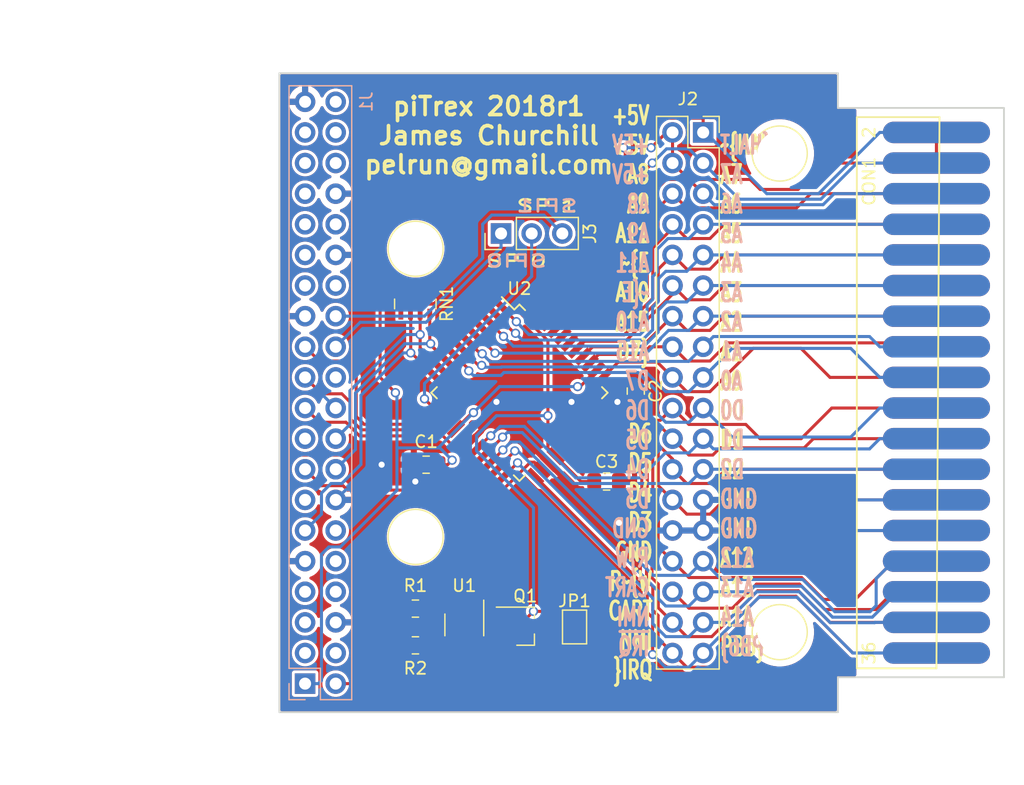
<source format=kicad_pcb>
(kicad_pcb (version 20221018) (generator pcbnew)
  (layers (0 "F.Cu" signal) (31 "B.Cu" signal) (34 "B.Paste" user) (35 "F.Paste" user) (36 "B.SilkS" user "B.Silkscreen") (37 "F.SilkS" user "F.Silkscreen") (38 "B.Mask" user) (39 "F.Mask" user) (44 "Edge.Cuts" user))
  (net 0 "")
  (net 1 "+5V")
  (net 2 "GND")
  (net 3 "+3V3")
  (net 4 "/~{HALT}")
  (net 5 "/A8")
  (net 6 "/A9")
  (net 7 "/A11")
  (net 8 "/~{E}")
  (net 9 "/A10")
  (net 10 "/A15")
  (net 11 "/D7")
  (net 12 "/D6")
  (net 13 "/D5")
  (net 14 "/D4")
  (net 15 "/D3")
  (net 16 "/R/~{W}")
  (net 17 "/CART")
  (net 18 "/NMI")
  (net 19 "/~{IRQ}")
  (net 20 "/A7")
  (net 21 "/A6")
  (net 22 "/A5")
  (net 23 "/A4")
  (net 24 "/A3")
  (net 25 "/A2")
  (net 26 "/A1")
  (net 27 "/A0")
  (net 28 "/D0")
  (net 29 "/D1")
  (net 30 "/D2")
  (net 31 "/A12")
  (net 32 "/A13")
  (net 33 "/A14")
  (net 34 "/VIA_PB6")
  (net 35 "VCC")
  (net 36 "/PI_PB6")
  (net 37 "Net-(J1-Pad4)")
  (net 38 "/~{PI_IRQ}")
  (net 39 "Net-(J1-Pad7)")
  (net 40 "Net-(J1-Pad8)")
  (net 41 "Net-(J1-Pad10)")
  (net 42 "/JTAG_TCK")
  (net 43 "Net-(J1-Pad12)")
  (net 44 "Net-(J1-Pad13)")
  (net 45 "/JTAG_TDO")
  (net 46 "/JTAG_TDI")
  (net 47 "Net-(J1-Pad17)")
  (net 48 "/JTAG_TMS")
  (net 49 "/SPI_MOSI")
  (net 50 "/SPI_MISO")
  (net 51 "Net-(J1-Pad22)")
  (net 52 "/SPI_SCK")
  (net 53 "/~{SPI_CE0}")
  (net 54 "/~{SPI_CE1}")
  (net 55 "Net-(J1-Pad27)")
  (net 56 "Net-(J1-Pad28)")
  (net 57 "Net-(J1-Pad29)")
  (net 58 "Net-(J1-Pad31)")
  (net 59 "Net-(J1-Pad32)")
  (net 60 "Net-(J1-Pad33)")
  (net 61 "Net-(J1-Pad35)")
  (net 62 "Net-(J1-Pad36)")
  (net 63 "Net-(J1-Pad37)")
  (net 64 "Net-(J1-Pad38)")
  (net 65 "Net-(J1-Pad40)")
  (net 66 "Net-(Q1-Pad1)")
  (net 67 "Net-(R1-Pad1)")
  (net 68 "Net-(RN1-Pad5)")
  (net 69 "/~{SPI_CE}")
  (net 70 "Net-(JP1-Pad2)")
  (net 71 "Net-(JP1-Pad1)")
  (footprint "Connectors:1pin" (layer "F.Cu") (at 163.2 44.4)
    (fp_text reference "hole1" hide)
    (fp_text value "1pin" hide)
  )
  (footprint "Connectors:1pin" (layer "F.Cu") (at 163.2 64.24)
    (fp_text reference "hole2" hide)
    (fp_text value "1pin" hide)
  )
  (footprint "Connectors:1pin" (layer "F.Cu") (at 163.2 84.1)
    (fp_text reference "hole3" hide)
    (fp_text value "1pin" hide)
  )
  (footprint "Connectors:1pin" (layer "F.Cu") (at 133 52.3)
    (fp_text reference "hole4" hide)
    (fp_text value "1pin" hide)
  )
  (footprint "Connectors:1pin" (layer "F.Cu") (at 133 76.2)
    (fp_text reference "hole5" hide)
    (fp_text value "1pin" hide)
  )
  (footprint "Capacitor_SMD:C_0805_2012Metric_Pad1.15x1.40mm_HandSolder" (layer "F.Cu") (at 133.872 70.209 180)
    (fp_text reference "C1")
    (fp_text value "0.1u")
  )
  (footprint "Capacitor_SMD:C_0805_2012Metric_Pad1.15x1.40mm_HandSolder" (layer "F.Cu") (at 151.262 64.104 -90)
    (fp_text reference "C2")
    (fp_text value "0.1u")
  )
  (footprint "Capacitor_SMD:C_0805_2012Metric_Pad1.15x1.40mm_HandSolder" (layer "F.Cu") (at 148.84 71.606)
    (fp_text reference "C3")
    (fp_text value "0.1u")
  )
  (footprint "Jumper:SolderJumper-2_P1.3mm_Open_TrianglePad1.0x1.5mm" (layer "F.Cu") (at 146.182 83.671 -90)
    (fp_text reference "JP1")
    (fp_text value "bypass")
  )
  (footprint "Resistor_SMD:R_Array_Concave_4x0603" (layer "F.Cu") (at 132.974 56.874 -90)
    (fp_text reference "RN1")
    (fp_text value "47k")
  )
  (footprint "Package_TO_SOT_SMD:SOT-23-6_Handsoldering" (layer "F.Cu") (at 137.038 83.497 -90)
    (fp_text reference "U1")
    (fp_text value "DMMT5401")
  )
  (footprint "Package_QFP:LQFP-44_10x10mm_P0.8mm" (layer "F.Cu") (at 141.61 64.24 -45)
    (fp_text reference "U2")
    (fp_text value "XC9572XL-VQFP44")
  )
  (footprint "Connector_PinSocket_2.54mm:PinSocket_2x18_P2.54mm_Vertical" (layer "F.Cu") (at 156.85 42.65)
    (fp_text reference "J2")
    (fp_text value "Test")
  )
  (footprint "Resistor_SMD:R_0805_2012Metric_Pad1.15x1.40mm_HandSolder" (layer "F.Cu") (at 132.983 82.147 180)
    (fp_text reference "R1")
    (fp_text value "10k")
  )
  (footprint "Resistor_SMD:R_0805_2012Metric_Pad1.15x1.40mm_HandSolder" (layer "F.Cu") (at 132.983 85.195 180)
    (fp_text reference "R2")
    (fp_text value "10k")
  )
  (footprint "Package_TO_SOT_SMD:SOT-23_Handsoldering" (layer "F.Cu") (at 142.094 83.605)
    (fp_text reference "Q1")
    (fp_text value "DMG2305UX")
  )
  (footprint "piTrex:vectrex" (layer "F.Cu") (at 176.2 42.65 -90)
    (fp_text reference "CON1")
    (fp_text value "vectrex-edge-connector")
  )
  (footprint "Connector_PinHeader_2.54mm:PinHeader_1x03_P2.54mm_Vertical" (layer "F.Cu") (at 140.086 51.032 90)
    (fp_text reference "J3")
    (fp_text value "SPI Sel")
  )
  (footprint "piTrex:PiZeroHat" (layer "B.Cu") (at 152.725372 88.37)
    (fp_text reference "J1")
    (fp_text value "Raspberry_Pi_2_3")
  )
  (gr_line (start 168.026 87.84) (end 181.8 87.84) (stroke (width 0.15)) (layer "Edge.Cuts"))
  (gr_line (start 121.7 90.74) (end 121.7 37.74) (stroke (width 0.15)) (layer "Edge.Cuts"))
  (gr_line (start 181.8 87.84) (end 181.8 40.64) (stroke (width 0.15)) (layer "Edge.Cuts"))
  (gr_line (start 168.026 37.74) (end 168.026 40.618) (stroke (width 0.15)) (layer "Edge.Cuts"))
  (gr_line (start 121.7 90.74) (end 168.026 90.74) (stroke (width 0.15)) (layer "Edge.Cuts"))
  (gr_line (start 181.8 40.618) (end 168.026 40.618) (stroke (width 0.15)) (layer "Edge.Cuts"))
  (gr_line (start 168.026 37.74) (end 121.7 37.74) (stroke (width 0.15)) (layer "Edge.Cuts"))
  (gr_line (start 168.026 90.74) (end 168.026 87.84) (stroke (width 0.15)) (layer "Edge.Cuts"))
  (gr_text "~{HALT\nA7\nA6\nA5\nA4\nA3\nA2\nA1\nA0\nD0\nD1\nD2\nGND\nGND\nA12\nA13\nA14\nPB6}" (at 158.12 64.494) (layer "B.SilkS") (effects (font (size 1.52 1) (thickness 0.25)) (justify right mirror)))
  (gr_text "+5V\n+5V\nA8\nA9\nA11\n~{E\nA10\nA15\nD7\nD6\nD5\nD4\nD3\nGND\nR}W\nCART\nNMI\n~{IRQ}" (at 152.532 64.494) (layer "B.SilkS") (effects (font (size 1.52 1) (thickness 0.25)) (justify left mirror)))
  (gr_text "SPI1" (at 143.896 48.746) (layer "B.SilkS") (effects (font (size 1 1.5) (thickness 0.2)) (justify mirror)))
  (gr_text "SPI0" (at 141.356 53.318) (layer "B.SilkS") (effects (font (size 1 1.5) (thickness 0.2)) (justify mirror)))
  (gr_text "~{HALT\nA7\nA6\nA5\nA4\nA3\nA2\nA1\nA0\nD0\nD1\nD2\nGND\nGND\nA12\nA13\nA14\nPB6}" (at 158.12 64.494) (layer "F.SilkS") (effects (font (size 1.52 1) (thickness 0.25)) (justify left)))
  (gr_text "+5V\n+5V\nA8\nA9\nA11\n~{E\nA10\nA15\nD7}" (at 152.532 51.032) (layer "F.SilkS") (effects (font (size 1.52 1) (thickness 0.25)) (justify right)))
  (gr_text "SPI1" (at 143.896 48.746) (layer "F.SilkS") (effects (font (size 1 1.5) (thickness 0.2))))
  (gr_text "piTrex 2018r1\nJames Churchill\npelrun@gmail.com" (at 139.07 42.904) (layer "F.SilkS") (effects (font (size 1.5 1.5) (thickness 0.3))))
  (gr_text "D6\nD5\nD4\nD3\nGND\nR~{W\nCART\nNMI\n}IRQ" (at 152.786 77.448) (layer "F.SilkS") (effects (font (size 1.52 1) (thickness 0.25)) (justify right)))
  (gr_text "SPI0\n" (at 141.356 53.318) (layer "F.SilkS") (effects (font (size 1 1.5) (thickness 0.2))))
  (segment (start 160.747198 46.549799) (end 161.5744 47.377001) (width 0.254) (layer "F.Cu") (net 1))
  (segment (start 150.386535 44.314535) (end 150.386535 44.060535) (width 0.254) (layer "F.Cu") (net 1))
  (segment (start 150.386534 55.463466) (end 150.386535 44.314535) (width 0.254) (layer "F.Cu") (net 1))
  (segment (start 150.386535 44.060535) (end 150.246 43.92) (width 0.254) (layer "F.Cu") (net 1))
  (segment (start 147.815 71.606) (end 146.713258 71.606) (width 0.254) (layer "F.Cu") (net 1))
  (segment (start 156.463101 46.549799) (end 160.747198 46.549799) (width 0.254) (layer "F.Cu") (net 1))
  (segment (start 155.159999 46.039999) (end 155.953301 46.039999) (width 0.254) (layer "F.Cu") (net 1))
  (segment (start 141.824263 57.421737) (end 143.134 56.112) (width 0.254) (layer "F.Cu") (net 1))
  (segment (start 146.713258 71.606) (end 144.615204 69.507946) (width 0.254) (layer "F.Cu") (net 1))
  (segment (start 154.31 42.65) (end 153.802 42.65) (width 0.254) (layer "F.Cu") (net 1))
  (segment (start 155.953301 46.039999) (end 156.463101 46.549799) (width 0.254) (layer "F.Cu") (net 1))
  (segment (start 144.615204 69.507946) (end 143.9722 68.864942) (width 0.254) (layer "F.Cu") (net 1))
  (segment (start 154.31 45.19) (end 154.31 42.65) (width 0.254) (layer "F.Cu") (net 1))
  (segment (start 164.724 47.377001) (end 166.911001 45.19) (width 0.254) (layer "F.Cu") (net 1))
  (segment (start 143.9722 59.92741) (end 141.824263 57.779473) (width 0.254) (layer "F.Cu") (net 1))
  (segment (start 145.61129 82.37529) (end 142.77371 82.37529) (width 0.254) (layer "F.Cu") (net 1))
  (segment (start 141.798 83.351) (end 141.798 83.901) (width 0.254) (layer "F.Cu") (net 1))
  (segment (start 143.978809 66.7546) (end 143.978809 68.871551) (width 0.254) (layer "F.Cu") (net 1))
  (segment (start 153.802 42.65) (end 152.532 43.92) (width 0.254) (layer "F.Cu") (net 1))
  (segment (start 140.594 84.555) (end 138.28 84.555) (width 0.254) (layer "F.Cu") (net 1))
  (segment (start 141.144 84.555) (end 140.594 84.555) (width 0.254) (layer "F.Cu") (net 1))
  (segment (start 143.9722 68.864942) (end 143.9722 66.145) (width 0.254) (layer "F.Cu") (net 1))
  (segment (start 149.738 56.112) (end 150.386534 55.463466) (width 0.254) (layer "F.Cu") (net 1))
  (segment (start 176.2 45.19) (end 176.2 42.65) (width 0.254) (layer "F.Cu") (net 1))
  (segment (start 141.798 83.901) (end 141.144 84.555) (width 0.254) (layer "F.Cu") (net 1))
  (segment (start 154.31 45.19) (end 155.159999 46.039999) (width 0.254) (layer "F.Cu") (net 1))
  (segment (start 141.824263 57.779473) (end 141.824263 57.421737) (width 0.254) (layer "F.Cu") (net 1))
  (segment (start 161.5744 47.377001) (end 164.724 47.377001) (width 0.254) (layer "F.Cu") (net 1))
  (segment (start 166.911001 45.19) (end 176.2 45.19) (width 0.254) (layer "F.Cu") (net 1))
  (segment (start 138.28 84.555) (end 137.988 84.847) (width 0.254) (layer "F.Cu") (net 1))
  (segment (start 146.182 82.946) (end 145.61129 82.37529) (width 0.254) (layer "F.Cu") (net 1))
  (segment (start 143.978809 68.871551) (end 144.615204 69.507946) (width 0.254) (layer "F.Cu") (net 1))
  (segment (start 143.134 56.112) (end 149.738 56.112) (width 0.254) (layer "F.Cu") (net 1))
  (segment (start 142.77371 82.37529) (end 141.798 83.351) (width 0.254) (layer "F.Cu") (net 1))
  (segment (start 143.9722 66.145) (end 143.9722 59.92741) (width 0.254) (layer "F.Cu") (net 1))
  (via (at 142.77371 82.37529) (size 0.762) (drill 0.508) (layers "F.Cu" "B.Cu") (net 1))
  (via (at 150.246 43.92) (size 0.762) (drill 0.508) (layers "F.Cu" "B.Cu") (net 1))
  (via (at 152.532 43.92) (size 0.762) (drill 0.508) (layers "F.Cu" "B.Cu") (net 1))
  (via (at 143.9722 66.145) (size 0.762) (drill 0.508) (layers "F.Cu" "B.Cu") (net 1))
  (segment (start 142.77371 82.37529) (end 142.77371 73.78571) (width 0.254) (layer "B.Cu") (net 1))
  (segment (start 138.054 69.066) (end 138.054 67.796) (width 0.254) (layer "B.Cu") (net 1))
  (segment (start 150.246 43.92) (end 152.532 43.92) (width 0.254) (layer "B.Cu") (net 1))
  (segment (start 138.054 67.796) (end 139.705 66.145) (width 0.254) (layer "B.Cu") (net 1))
  (segment (start 139.705 66.145) (end 143.9722 66.145) (width 0.254) (layer "B.Cu") (net 1))
  (segment (start 142.77371 73.78571) (end 138.054 69.066) (width 0.254) (layer "B.Cu") (net 1))
  (segment (start 132.847 70.209) (end 127.804201 70.209) (width 0.254) (layer "F.Cu") (net 2))
  (segment (start 127.804201 70.209) (end 127.005 69.409799) (width 0.254) (layer "F.Cu") (net 2))
  (segment (start 122.627919 78.21) (end 122.433 78.015081) (width 0.254) (layer "F.Cu") (net 2))
  (segment (start 132.847 71.479) (end 132.974 71.606) (width 0.254) (layer "F.Cu") (net 2))
  (segment (start 130.18 70.209) (end 132.847 70.209) (width 0.254) (layer "F.Cu") (net 2))
  (segment (start 176.2 75.67) (end 156.85 75.67) (width 0.254) (layer "F.Cu") (net 2))
  (segment (start 149.865 75.035) (end 149.865 74.781) (width 0.254) (layer "F.Cu") (net 2))
  (segment (start 144.049518 70.073631) (end 139.705 65.729113) (width 0.254) (layer "F.Cu") (net 2))
  (segment (start 131.958 85.195) (end 131.958 82.147) (width 0.254) (layer "F.Cu") (net 2))
  (segment (start 140.467 60.834258) (end 138.604796 58.972054) (width 0.254) (layer "F.Cu") (net 2))
  (segment (start 139.705 65.729113) (end 139.705 65.002) (width 0.254) (layer "F.Cu") (net 2))
  (segment (start 123.263503 69.409799) (end 127.005 69.409799) (width 0.254) (layer "F.Cu") (net 2))
  (segment (start 122.433 70.240302) (end 123.263503 69.409799) (width 0.254) (layer "F.Cu") (net 2))
  (segment (start 149.865 74.781) (end 149.865 71.606) (width 0.254) (layer "F.Cu") (net 2))
  (segment (start 122.433 78.015081) (end 122.433 70.240302) (width 0.254) (layer "F.Cu") (net 2))
  (segment (start 149.010887 75.035) (end 144.049518 70.073631) (width 0.254) (layer "F.Cu") (net 2))
  (segment (start 140.467 61.446) (end 140.467 60.834258) (width 0.254) (layer "F.Cu") (net 2))
  (segment (start 137.473425 68.376575) (end 139.705 66.145) (width 0.254) (layer "F.Cu") (net 2))
  (segment (start 123.83 78.21) (end 122.627919 78.21) (width 0.254) (layer "F.Cu") (net 2))
  (segment (start 139.705 62.208) (end 140.467 61.446) (width 0.254) (layer "F.Cu") (net 2))
  (segment (start 132.847 70.209) (end 132.847 71.479) (width 0.254) (layer "F.Cu") (net 2))
  (segment (start 149.865 75.035) (end 149.010887 75.035) (width 0.254) (layer "F.Cu") (net 2))
  (segment (start 130.307 85.195) (end 128.402 83.29) (width 0.254) (layer "F.Cu") (net 2))
  (segment (start 139.705 66.145) (end 139.705 65.002) (width 0.254) (layer "F.Cu") (net 2))
  (segment (start 149.865 65.129) (end 149.738 65.002) (width 0.254) (layer "F.Cu") (net 2))
  (segment (start 128.402 83.29) (end 126.37 83.29) (width 0.254) (layer "F.Cu") (net 2))
  (segment (start 131.958 85.195) (end 130.307 85.195) (width 0.254) (layer "F.Cu") (net 2))
  (segment (start 151.262 65.129) (end 149.865 65.129) (width 0.254) (layer "F.Cu") (net 2))
  (segment (start 154.31 75.67) (end 156.85 75.67) (width 0.254) (layer "F.Cu") (net 2))
  (segment (start 139.705 65.002) (end 139.705 62.208) (width 0.254) (layer "F.Cu") (net 2))
  (via (at 139.705 65.002) (size 0.762) (drill 0.508) (layers "F.Cu" "B.Cu") (net 2))
  (via (at 130.18 70.209) (size 0.762) (drill 0.508) (layers "F.Cu" "B.Cu") (net 2))
  (via (at 149.738 65.002) (size 0.762) (drill 0.508) (layers "F.Cu" "B.Cu") (net 2))
  (via (at 132.974 71.606) (size 0.762) (drill 0.508) (layers "F.Cu" "B.Cu") (net 2))
  (via (at 145.928 65.002) (size 0.762) (drill 0.508) (layers "F.Cu" "B.Cu") (net 2))
  (via (at 149.865 75.035) (size 0.762) (drill 0.508) (layers "F.Cu" "B.Cu") (net 2))
  (segment (start 145.928 65.002) (end 140.848 65.002) (width 0.254) (layer "B.Cu") (net 2))
  (segment (start 150.5 75.67) (end 154.31 75.67) (width 0.254) (layer "B.Cu") (net 2))
  (segment (start 137.038 67.669) (end 139.705 65.002) (width 0.254) (layer "B.Cu") (net 2))
  (segment (start 123.83 57.89) (end 122.306 57.89) (width 0.254) (layer "B.Cu") (net 2))
  (segment (start 123.068 64.24) (end 125.1 64.24) (width 0.254) (layer "B.Cu") (net 2))
  (segment (start 125.1 64.24) (end 126.37 65.51) (width 0.254) (layer "B.Cu") (net 2))
  (segment (start 176.2 75.67) (end 156.85 75.67) (width 0.254) (layer "B.Cu") (net 2))
  (segment (start 127.219999 72.280001) (end 128.870999 72.280001) (width 0.254) (layer "B.Cu") (net 2))
  (segment (start 130.18 70.971) (end 130.18 70.209) (width 0.254) (layer "B.Cu") (net 2))
  (segment (start 139.705 65.002) (end 140.243815 65.002) (width 0.254) (layer "B.Cu") (net 2))
  (segment (start 135.641 71.606) (end 137.038 70.209) (width 0.254) (layer "B.Cu") (net 2))
  (segment (start 149.865 75.035) (end 150.5 75.67) (width 0.254) (layer "B.Cu") (net 2))
  (segment (start 128.870999 72.280001) (end 130.18 70.971) (width 0.254) (layer "B.Cu") (net 2))
  (segment (start 156.85 73.13) (end 156.85 75.67) (width 0.254) (layer "B.Cu") (net 2))
  (segment (start 137.038 70.209) (end 137.038 67.669) (width 0.254) (layer "B.Cu") (net 2))
  (segment (start 149.738 65.002) (end 145.928 65.002) (width 0.254) (layer "B.Cu") (net 2))
  (segment (start 126.37 73.13) (end 127.219999 72.280001) (width 0.254) (layer "B.Cu") (net 2))
  (segment (start 122.306 57.89) (end 122.306 63.478) (width 0.254) (layer "B.Cu") (net 2))
  (segment (start 140.243815 65.002) (end 140.848 65.002) (width 0.254) (layer "B.Cu") (net 2))
  (segment (start 122.306 63.478) (end 123.068 64.24) (width 0.254) (layer "B.Cu") (net 2))
  (segment (start 132.974 71.606) (end 135.641 71.606) (width 0.254) (layer "B.Cu") (net 2))
  (segment (start 176.2 73.13) (end 156.85 73.13) (width 0.254) (layer "B.Cu") (net 2))
  (segment (start 150.315263 64.025737) (end 148.070527 64.025737) (width 0.254) (layer "F.Cu") (net 3))
  (segment (start 147.372921 63.328131) (end 147.372921 63.002562) (width 0.254) (layer "F.Cu") (net 3))
  (segment (start 133.374 56.024) (end 132.574 56.024) (width 0.254) (layer "F.Cu") (net 3))
  (segment (start 134.897 70.209) (end 135.651196 70.209) (width 0.254) (layer "F.Cu") (net 3))
  (segment (start 130.053 57.128) (end 131.157 56.024) (width 0.254) (layer "F.Cu") (net 3))
  (segment (start 147.372921 63.002562) (end 148.009316 62.366167) (width 0.254) (layer "F.Cu") (net 3))
  (segment (start 146.643483 63.732) (end 148.009316 62.366167) (width 0.254) (layer "F.Cu") (net 3))
  (segment (start 135.651196 70.209) (end 136.027098 69.833098) (width 0.254) (layer "F.Cu") (net 3))
  (segment (start 137.696258 65.891) (end 136.342054 67.245204) (width 0.254) (layer "F.Cu") (net 3))
  (segment (start 146.436 63.732) (end 146.643483 63.732) (width 0.254) (layer "F.Cu") (net 3))
  (segment (start 151.262 63.079) (end 150.315263 64.025737) (width 0.254) (layer "F.Cu") (net 3))
  (segment (start 130.053 62.97) (end 130.053 57.128) (width 0.254) (layer "F.Cu") (net 3))
  (segment (start 148.070527 64.025737) (end 147.372921 63.328131) (width 0.254) (layer "F.Cu") (net 3))
  (segment (start 137.8 65.891) (end 137.696258 65.891) (width 0.254) (layer "F.Cu") (net 3))
  (segment (start 131.323 64.24) (end 130.053 62.97) (width 0.254) (layer "F.Cu") (net 3))
  (segment (start 134.174 56.024) (end 133.374 56.024) (width 0.254) (layer "F.Cu") (net 3))
  (segment (start 131.157 56.024) (end 131.774 56.024) (width 0.254) (layer "F.Cu") (net 3))
  (segment (start 132.574 56.024) (end 131.774 56.024) (width 0.254) (layer "F.Cu") (net 3))
  (via (at 137.8 65.891) (size 0.762) (drill 0.508) (layers "F.Cu" "B.Cu") (net 3))
  (via (at 131.323 64.24) (size 0.762) (drill 0.508) (layers "F.Cu" "B.Cu") (net 3))
  (via (at 146.436 63.732) (size 0.762) (drill 0.508) (layers "F.Cu" "B.Cu") (net 3))
  (via (at 136.027098 69.833098) (size 0.762) (drill 0.508) (layers "F.Cu" "B.Cu") (net 3))
  (segment (start 134.498 68.817098) (end 131.455098 68.817098) (width 0.254) (layer "B.Cu") (net 3))
  (segment (start 137.8 65.891) (end 134.873902 68.817098) (width 0.254) (layer "B.Cu") (net 3))
  (segment (start 125.189799 88.114201) (end 125.189799 77.643503) (width 0.254) (layer "B.Cu") (net 3))
  (segment (start 146.436 63.732) (end 139.959 63.732) (width 0.254) (layer "B.Cu") (net 3))
  (segment (start 135.006 68.817098) (end 134.498 68.817098) (width 0.254) (layer "B.Cu") (net 3))
  (segment (start 136.027098 69.833098) (end 135.011098 68.817098) (width 0.254) (layer "B.Cu") (net 3))
  (segment (start 131.45 64.367) (end 131.323 64.24) (width 0.254) (layer "B.Cu") (net 3))
  (segment (start 134.873902 68.817098) (end 134.498 68.817098) (width 0.254) (layer "B.Cu") (net 3))
  (segment (start 123.83 88.37) (end 124.934 88.37) (width 0.254) (layer "B.Cu") (net 3))
  (segment (start 131.45 72.336698) (end 131.45 68.812) (width 0.254) (layer "B.Cu") (net 3))
  (segment (start 126.756899 77.029799) (end 131.45 72.336698) (width 0.254) (layer "B.Cu") (net 3))
  (segment (start 135.011098 68.817098) (end 135.006 68.817098) (width 0.254) (layer "B.Cu") (net 3))
  (segment (start 125.189799 77.643503) (end 125.803503 77.029799) (width 0.254) (layer "B.Cu") (net 3))
  (segment (start 131.455098 68.817098) (end 131.45 68.812) (width 0.254) (layer "B.Cu") (net 3))
  (segment (start 124.934 88.37) (end 125.189799 88.114201) (width 0.254) (layer "B.Cu") (net 3))
  (segment (start 125.803503 77.029799) (end 126.756899 77.029799) (width 0.254) (layer "B.Cu") (net 3))
  (segment (start 131.45 68.812) (end 131.45 64.367) (width 0.254) (layer "B.Cu") (net 3))
  (segment (start 139.959 63.732) (end 137.8 65.891) (width 0.254) (layer "B.Cu") (net 3))
  (segment (start 149.857989 56.638603) (end 150.843744 55.652848) (width 0.254) (layer "F.Cu") (net 4))
  (segment (start 156.773799 41.469799) (end 156.85 41.546) (width 0.254) (layer "F.Cu") (net 4))
  (segment (start 150.843744 55.652848) (end 150.843744 51.475656) (width 0.254) (layer "F.Cu") (net 4))
  (segment (start 151.7192 50.6002) (end 151.7192 43.494102) (width 0.254) (layer "F.Cu") (net 4))
  (segment (start 151.7192 43.494102) (end 153.743503 41.469799) (width 0.254) (layer "F.Cu") (net 4))
  (segment (start 153.743503 41.469799) (end 156.773799 41.469799) (width 0.254) (layer "F.Cu") (net 4))
  (segment (start 150.843744 51.475656) (end 151.7192 50.6002) (width 0.254) (layer "F.Cu") (net 4))
  (segment (start 142.918148 57.274998) (end 143.554543 56.638603) (width 0.254) (layer "F.Cu") (net 4))
  (segment (start 156.85 41.546) (end 156.85 42.65) (width 0.254) (layer "F.Cu") (net 4))
  (segment (start 143.554543 56.638603) (end 149.857989 56.638603) (width 0.254) (layer "F.Cu") (net 4))
  (segment (start 157.044038 42.65) (end 156.85 42.65) (width 0.254) (layer "B.Cu") (net 4))
  (segment (start 171.501 42.65) (end 166.421 47.73) (width 0.254) (layer "B.Cu") (net 4))
  (segment (start 176.2 42.65) (end 171.501 42.65) (width 0.254) (layer "B.Cu") (net 4))
  (segment (start 166.421 47.73) (end 162.124038 47.73) (width 0.254) (layer "B.Cu") (net 4))
  (segment (start 162.124038 47.73) (end 157.044038 42.65) (width 0.254) (layer "B.Cu") (net 4))
  (segment (start 165.777201 47.73) (end 164.597 48.910201) (width 0.254) (layer "F.Cu") (net 5))
  (segment (start 176.2 47.73) (end 165.777201 47.73) (width 0.254) (layer "F.Cu") (net 5))
  (segment (start 164.597 48.910201) (end 155.490201 48.910201) (width 0.254) (layer "F.Cu") (net 5))
  (segment (start 152.215377 52.0438) (end 153.116231 51.142946) (width 0.254) (layer "F.Cu") (net 5))
  (segment (start 152.215377 56.220994) (end 152.215377 52.0438) (width 0.254) (layer "F.Cu") (net 5))
  (segment (start 150.100712 58.335659) (end 152.215377 56.220994) (width 0.254) (layer "F.Cu") (net 5))
  (segment (start 155.490201 48.910201) (end 155.159999 48.579999) (width 0.254) (layer "F.Cu") (net 5))
  (segment (start 144.615204 58.972054) (end 145.251599 58.335659) (width 0.254) (layer "F.Cu") (net 5))
  (segment (start 153.460001 48.579999) (end 154.31 47.73) (width 0.254) (layer "F.Cu") (net 5))
  (segment (start 145.251599 58.335659) (end 150.100712 58.335659) (width 0.254) (layer "F.Cu") (net 5))
  (segment (start 153.116231 51.142946) (end 153.116231 48.923769) (width 0.254) (layer "F.Cu") (net 5))
  (segment (start 155.159999 48.579999) (end 154.31 47.73) (width 0.254) (layer "F.Cu") (net 5))
  (segment (start 153.116231 48.923769) (end 153.460001 48.579999) (width 0.254) (layer "F.Cu") (net 5))
  (segment (start 158.596698 50.27) (end 157.416497 51.450201) (width 0.254) (layer "F.Cu") (net 6))
  (segment (start 152.672588 56.410376) (end 152.672588 52.233182) (width 0.254) (layer "F.Cu") (net 6))
  (segment (start 155.159999 51.119999) (end 154.31 50.27) (width 0.254) (layer "F.Cu") (net 6))
  (segment (start 155.490201 51.450201) (end 155.159999 51.119999) (width 0.254) (layer "F.Cu") (net 6))
  (segment (start 145.180889 59.53774) (end 145.817284 58.901345) (width 0.254) (layer "F.Cu") (net 6))
  (segment (start 157.416497 51.450201) (end 155.490201 51.450201) (width 0.254) (layer "F.Cu") (net 6))
  (segment (start 154.31 50.59577) (end 154.31 50.27) (width 0.254) (layer "F.Cu") (net 6))
  (segment (start 145.817284 58.901345) (end 150.181619 58.901345) (width 0.254) (layer "F.Cu") (net 6))
  (segment (start 150.181619 58.901345) (end 152.672588 56.410376) (width 0.254) (layer "F.Cu") (net 6))
  (segment (start 176.2 50.27) (end 158.596698 50.27) (width 0.254) (layer "F.Cu") (net 6))
  (segment (start 152.672588 52.233182) (end 154.31 50.59577) (width 0.254) (layer "F.Cu") (net 6))
  (segment (start 155.159999 53.659999) (end 154.31 52.81) (width 0.254) (layer "F.Cu") (net 7))
  (segment (start 154.31 52.81) (end 153.129799 53.990201) (width 0.254) (layer "F.Cu") (net 7))
  (segment (start 150.292374 59.437184) (end 146.412816 59.437184) (width 0.254) (layer "F.Cu") (net 7))
  (segment (start 176.2 52.81) (end 158.596698 52.81) (width 0.254) (layer "F.Cu") (net 7))
  (segment (start 155.490201 53.990201) (end 155.159999 53.659999) (width 0.254) (layer "F.Cu") (net 7))
  (segment (start 153.129799 53.990201) (end 153.129799 56.599759) (width 0.254) (layer "F.Cu") (net 7))
  (segment (start 157.416497 53.990201) (end 155.490201 53.990201) (width 0.254) (layer "F.Cu") (net 7))
  (segment (start 146.38297 59.46703) (end 145.746575 60.103425) (width 0.254) (layer "F.Cu") (net 7))
  (segment (start 146.412816 59.437184) (end 146.38297 59.46703) (width 0.254) (layer "F.Cu") (net 7))
  (segment (start 158.596698 52.81) (end 157.416497 53.990201) (width 0.254) (layer "F.Cu") (net 7))
  (segment (start 153.129799 56.599759) (end 150.292374 59.437184) (width 0.254) (layer "F.Cu") (net 7))
  (segment (start 155.159999 56.199999) (end 154.31 55.35) (width 0.254) (layer "F.Cu") (net 8))
  (segment (start 176.2 55.35) (end 158.596698 55.35) (width 0.254) (layer "F.Cu") (net 8))
  (segment (start 150.403359 59.972791) (end 154.31 56.06615) (width 0.254) (layer "F.Cu") (net 8))
  (segment (start 154.31 56.06615) (end 154.31 55.35) (width 0.254) (layer "F.Cu") (net 8))
  (segment (start 158.596698 55.35) (end 157.416497 56.530201) (width 0.254) (layer "F.Cu") (net 8))
  (segment (start 146.31226 60.669111) (end 147.00858 59.972791) (width 0.254) (layer "F.Cu") (net 8))
  (segment (start 147.00858 59.972791) (end 150.403359 59.972791) (width 0.254) (layer "F.Cu") (net 8))
  (segment (start 155.490201 56.530201) (end 155.159999 56.199999) (width 0.254) (layer "F.Cu") (net 8))
  (segment (start 157.416497 56.530201) (end 155.490201 56.530201) (width 0.254) (layer "F.Cu") (net 8))
  (segment (start 158.596698 57.89) (end 157.416497 59.070201) (width 0.254) (layer "F.Cu") (net 9))
  (segment (start 155.159999 58.739999) (end 154.31 57.89) (width 0.254) (layer "F.Cu") (net 9))
  (segment (start 147.682742 60.43) (end 151.77 60.43) (width 0.254) (layer "F.Cu") (net 9))
  (segment (start 176.2 57.89) (end 158.596698 57.89) (width 0.254) (layer "F.Cu") (net 9))
  (segment (start 157.416497 59.070201) (end 155.490201 59.070201) (width 0.254) (layer "F.Cu") (net 9))
  (segment (start 146.877946 61.234796) (end 147.682742 60.43) (width 0.254) (layer "F.Cu") (net 9))
  (segment (start 155.490201 59.070201) (end 155.159999 58.739999) (width 0.254) (layer "F.Cu") (net 9))
  (segment (start 151.77 60.43) (end 154.31 57.89) (width 0.254) (layer "F.Cu") (net 9))
  (segment (start 148.179113 61.065) (end 151.781592 61.065) (width 0.254) (layer "F.Cu") (net 10))
  (segment (start 155.159999 61.279999) (end 154.31 60.43) (width 0.254) (layer "F.Cu") (net 10))
  (segment (start 155.490201 61.610201) (end 155.159999 61.279999) (width 0.254) (layer "F.Cu") (net 10))
  (segment (start 157.416497 61.610201) (end 155.490201 61.610201) (width 0.254) (layer "F.Cu") (net 10))
  (segment (start 152.416592 60.43) (end 154.31 60.43) (width 0.254) (layer "F.Cu") (net 10))
  (segment (start 176.2 60.43) (end 172.644 60.43) (width 0.254) (layer "F.Cu") (net 10))
  (segment (start 158.920909 60.105789) (end 157.416497 61.610201) (width 0.254) (layer "F.Cu") (net 10))
  (segment (start 172.319789 60.105789) (end 158.920909 60.105789) (width 0.254) (layer "F.Cu") (net 10))
  (segment (start 151.781592 61.065) (end 152.416592 60.43) (width 0.254) (layer "F.Cu") (net 10))
  (segment (start 172.644 60.43) (end 172.319789 60.105789) (width 0.254) (layer "F.Cu") (net 10))
  (segment (start 147.443631 61.800482) (end 148.179113 61.065) (width 0.254) (layer "F.Cu") (net 10))
  (segment (start 176.2 62.97) (end 167.371962 62.97) (width 0.254) (layer "F.Cu") (net 11))
  (segment (start 161.003699 60.562999) (end 157.416497 64.150201) (width 0.254) (layer "F.Cu") (net 11))
  (segment (start 157.416497 64.150201) (end 155.490201 64.150201) (width 0.254) (layer "F.Cu") (net 11))
  (segment (start 155.159999 63.819999) (end 154.31 62.97) (width 0.254) (layer "F.Cu") (net 11))
  (segment (start 155.490201 64.150201) (end 155.159999 63.819999) (width 0.254) (layer "F.Cu") (net 11))
  (segment (start 153.04 61.7) (end 154.31 62.97) (width 0.254) (layer "F.Cu") (net 11))
  (segment (start 164.964961 60.562999) (end 161.003699 60.562999) (width 0.254) (layer "F.Cu") (net 11))
  (segment (start 148.575002 62.931852) (end 149.806854 61.7) (width 0.254) (layer "F.Cu") (net 11))
  (segment (start 149.806854 61.7) (end 153.04 61.7) (width 0.254) (layer "F.Cu") (net 11))
  (segment (start 167.371962 62.97) (end 164.964961 60.562999) (width 0.254) (layer "F.Cu") (net 11))
  (segment (start 160.387837 66.869799) (end 161.568038 68.05) (width 0.254) (layer "F.Cu") (net 12))
  (segment (start 148.575002 65.548148) (end 149.552854 66.526) (width 0.254) (layer "F.Cu") (net 12))
  (segment (start 153.294 66.526) (end 154.31 65.51) (width 0.254) (layer "F.Cu") (net 12))
  (segment (start 154.31 65.51) (end 155.669799 66.869799) (width 0.254) (layer "F.Cu") (net 12))
  (segment (start 149.552854 66.526) (end 153.294 66.526) (width 0.254) (layer "F.Cu") (net 12))
  (segment (start 164.978 68.05) (end 167.518 65.51) (width 0.254) (layer "F.Cu") (net 12))
  (segment (start 155.669799 66.869799) (end 160.387837 66.869799) (width 0.254) (layer "F.Cu") (net 12))
  (segment (start 167.518 65.51) (end 176.2 65.51) (width 0.254) (layer "F.Cu") (net 12))
  (segment (start 161.568038 68.05) (end 164.978 68.05) (width 0.254) (layer "F.Cu") (net 12))
  (segment (start 176.2 68.05) (end 165.994 68.05) (width 0.254) (layer "F.Cu") (net 13))
  (segment (start 148.971413 67.07593) (end 153.33593 67.07593) (width 0.254) (layer "F.Cu") (net 13))
  (segment (start 157.649201 69.409799) (end 158.247 68.812) (width 0.254) (layer "F.Cu") (net 13))
  (segment (start 165.994 68.05) (end 165.232 68.812) (width 0.254) (layer "F.Cu") (net 13))
  (segment (start 158.247 68.812) (end 165.232 68.812) (width 0.254) (layer "F.Cu") (net 13))
  (segment (start 153.33593 67.07593) (end 153.460001 67.200001) (width 0.254) (layer "F.Cu") (net 13))
  (segment (start 148.009316 66.113833) (end 148.971413 67.07593) (width 0.254) (layer "F.Cu") (net 13))
  (segment (start 154.31 68.05) (end 155.669799 69.409799) (width 0.254) (layer "F.Cu") (net 13))
  (segment (start 155.669799 69.409799) (end 157.649201 69.409799) (width 0.254) (layer "F.Cu") (net 13))
  (segment (start 153.460001 67.200001) (end 154.31 68.05) (width 0.254) (layer "F.Cu") (net 13))
  (segment (start 157.574799 71.770201) (end 158.755 70.59) (width 0.254) (layer "F.Cu") (net 14))
  (segment (start 152.10072 67.533141) (end 154.31 69.742421) (width 0.254) (layer "F.Cu") (net 14))
  (segment (start 147.443631 66.679518) (end 148.297254 67.533141) (width 0.254) (layer "F.Cu") (net 14))
  (segment (start 155.490201 71.770201) (end 157.574799 71.770201) (width 0.254) (layer "F.Cu") (net 14))
  (segment (start 154.31 69.742421) (end 154.31 70.59) (width 0.254) (layer "F.Cu") (net 14))
  (segment (start 158.755 70.59) (end 176.2 70.59) (width 0.254) (layer "F.Cu") (net 14))
  (segment (start 154.31 70.59) (end 155.490201 71.770201) (width 0.254) (layer "F.Cu") (net 14))
  (segment (start 148.297254 67.533141) (end 152.10072 67.533141) (width 0.254) (layer "F.Cu") (net 14))
  (segment (start 153.129799 69.208813) (end 153.129799 71.949799) (width 0.254) (layer "F.Cu") (net 15))
  (segment (start 146.877946 67.245204) (end 147.623094 67.990352) (width 0.254) (layer "F.Cu") (net 15))
  (segment (start 158.596698 73.13) (end 176.2 73.13) (width 0.254) (layer "F.Cu") (net 15))
  (segment (start 154.31 73.13) (end 155.490201 74.310201) (width 0.254) (layer "F.Cu") (net 15))
  (segment (start 153.460001 72.280001) (end 154.31 73.13) (width 0.254) (layer "F.Cu") (net 15))
  (segment (start 147.623094 67.990352) (end 151.911338 67.990352) (width 0.254) (layer "F.Cu") (net 15))
  (segment (start 151.911338 67.990352) (end 153.129799 69.208813) (width 0.254) (layer "F.Cu") (net 15))
  (segment (start 153.129799 71.949799) (end 153.460001 72.280001) (width 0.254) (layer "F.Cu") (net 15))
  (segment (start 157.416497 74.310201) (end 158.596698 73.13) (width 0.254) (layer "F.Cu") (net 15))
  (segment (start 155.490201 74.310201) (end 157.416497 74.310201) (width 0.254) (layer "F.Cu") (net 15))
  (segment (start 165.015539 79.569799) (end 155.669799 79.569799) (width 0.254) (layer "F.Cu") (net 16))
  (segment (start 146.948934 68.447563) (end 151.721956 68.447563) (width 0.254) (layer "F.Cu") (net 16))
  (segment (start 176.2 78.21) (end 172.644 78.21) (width 0.254) (layer "F.Cu") (net 16))
  (segment (start 155.669799 79.569799) (end 154.31 78.21) (width 0.254) (layer "F.Cu") (net 16))
  (segment (start 153.11622 75.388365) (end 153.11622 77.01622) (width 0.254) (layer "F.Cu") (net 16))
  (segment (start 153.14162 75.362965) (end 153.11622 75.388365) (width 0.254) (layer "F.Cu") (net 16))
  (segment (start 152.672588 74.060204) (end 153.14162 74.529235) (width 0.254) (layer "F.Cu") (net 16))
  (segment (start 153.14162 74.529235) (end 153.14162 75.362965) (width 0.254) (layer "F.Cu") (net 16))
  (segment (start 166.83074 81.385) (end 165.015539 79.569799) (width 0.254) (layer "F.Cu") (net 16))
  (segment (start 153.11622 77.01622) (end 153.460001 77.360001) (width 0.254) (layer "F.Cu") (net 16))
  (segment (start 172.644 78.21) (end 169.469 81.385) (width 0.254) (layer "F.Cu") (net 16))
  (segment (start 146.31226 67.810889) (end 146.948934 68.447563) (width 0.254) (layer "F.Cu") (net 16))
  (segment (start 151.721956 68.447563) (end 152.672588 69.398195) (width 0.254) (layer "F.Cu") (net 16))
  (segment (start 169.469 81.385) (end 166.83074 81.385) (width 0.254) (layer "F.Cu") (net 16))
  (segment (start 153.460001 77.360001) (end 154.31 78.21) (width 0.254) (layer "F.Cu") (net 16))
  (segment (start 152.672588 69.398195) (end 152.672588 74.060204) (width 0.254) (layer "F.Cu") (net 16))
  (segment (start 154.31 80.75) (end 155.669799 82.109799) (width 0.254) (layer "F.Cu") (net 17))
  (segment (start 161.271816 80.115) (end 164.839407 80.115) (width 0.254) (layer "F.Cu") (net 17))
  (segment (start 155.669799 82.109799) (end 159.277017 82.109799) (width 0.254) (layer "F.Cu") (net 17))
  (segment (start 159.277017 82.109799) (end 161.271816 80.115) (width 0.254) (layer "F.Cu") (net 17))
  (segment (start 172.644 80.75) (end 176.2 80.75) (width 0.254) (layer "F.Cu") (net 17))
  (segment (start 164.839407 80.115) (end 166.947618 82.223211) (width 0.254) (layer "F.Cu") (net 17))
  (segment (start 166.947618 82.223211) (end 171.170789 82.223211) (width 0.254) (layer "F.Cu") (net 17))
  (segment (start 171.170789 82.223211) (end 172.644 80.75) (width 0.254) (layer "F.Cu") (net 17))
  (segment (start 155.490201 84.470201) (end 155.159999 84.139999) (width 0.254) (layer "F.Cu") (net 18))
  (segment (start 161.367618 80.66579) (end 157.563207 84.470201) (width 0.254) (layer "F.Cu") (net 18))
  (segment (start 164.743604 80.66579) (end 161.367618 80.66579) (width 0.254) (layer "F.Cu") (net 18))
  (segment (start 154.31 83.266816) (end 154.31 83.29) (width 0.254) (layer "F.Cu") (net 18))
  (segment (start 152.608212 74.718619) (end 152.608212 79.60188) (width 0.254) (layer "F.Cu") (net 18))
  (segment (start 153.129799 82.086615) (end 154.31 83.266816) (width 0.254) (layer "F.Cu") (net 18))
  (segment (start 152.215377 69.855384) (end 152.215377 74.325784) (width 0.254) (layer "F.Cu") (net 18))
  (segment (start 157.563207 84.470201) (end 155.490201 84.470201) (width 0.254) (layer "F.Cu") (net 18))
  (segment (start 176.2 83.29) (end 167.367814 83.29) (width 0.254) (layer "F.Cu") (net 18))
  (segment (start 146.38297 69.01297) (end 151.372963 69.01297) (width 0.254) (layer "F.Cu") (net 18))
  (segment (start 145.746575 68.376575) (end 146.38297 69.01297) (width 0.254) (layer "F.Cu") (net 18))
  (segment (start 155.159999 84.139999) (end 154.31 83.29) (width 0.254) (layer "F.Cu") (net 18))
  (segment (start 167.367814 83.29) (end 164.743604 80.66579) (width 0.254) (layer "F.Cu") (net 18))
  (segment (start 151.372963 69.01297) (end 152.215377 69.855384) (width 0.254) (layer "F.Cu") (net 18))
  (segment (start 152.215377 74.325784) (end 152.608212 74.718619) (width 0.254) (layer "F.Cu") (net 18))
  (segment (start 152.608212 79.60188) (end 153.129799 80.123467) (width 0.254) (layer "F.Cu") (net 18))
  (segment (start 153.129799 80.123467) (end 153.129799 82.086615) (width 0.254) (layer "F.Cu") (net 18))
  (segment (start 154.31 85.83) (end 155.490201 87.010201) (width 0.254) (layer "F.Cu") (net 19))
  (segment (start 158.247 86.179698) (end 158.247 84.433) (width 0.254) (layer "F.Cu") (net 19))
  (segment (start 171.501 85.83) (end 176.2 85.83) (width 0.254) (layer "F.Cu") (net 19))
  (segment (start 153.116209 82.719617) (end 153.116209 84.636209) (width 0.254) (layer "F.Cu") (net 19))
  (segment (start 153.460001 84.980001) (end 154.31 85.83) (width 0.254) (layer "F.Cu") (net 19))
  (segment (start 169.261221 85.83) (end 171.501 85.83) (width 0.254) (layer "F.Cu") (net 19))
  (segment (start 164.55422 81.122999) (end 169.261221 85.83) (width 0.254) (layer "F.Cu") (net 19))
  (segment (start 145.817284 69.578655) (end 151.292055 69.578655) (width 0.254) (layer "F.Cu") (net 19))
  (segment (start 155.490201 87.010201) (end 157.416497 87.010201) (width 0.254) (layer "F.Cu") (net 19))
  (segment (start 152.151001 79.791262) (end 152.672588 80.312849) (width 0.254) (layer "F.Cu") (net 19))
  (segment (start 157.416497 87.010201) (end 158.247 86.179698) (width 0.254) (layer "F.Cu") (net 19))
  (segment (start 151.758166 70.044766) (end 151.758166 74.515166) (width 0.254) (layer "F.Cu") (net 19))
  (segment (start 152.151001 74.908001) (end 152.151001 79.791262) (width 0.254) (layer "F.Cu") (net 19))
  (segment (start 161.557001 81.122999) (end 164.55422 81.122999) (width 0.254) (layer "F.Cu") (net 19))
  (segment (start 151.292055 69.578655) (end 151.758166 70.044766) (width 0.254) (layer "F.Cu") (net 19))
  (segment (start 145.180889 68.94226) (end 145.817284 69.578655) (width 0.254) (layer "F.Cu") (net 19))
  (segment (start 153.116209 84.636209) (end 153.460001 84.980001) (width 0.254) (layer "F.Cu") (net 19))
  (segment (start 152.672588 80.312849) (end 152.672588 82.275996) (width 0.254) (layer "F.Cu") (net 19))
  (segment (start 152.672588 82.275996) (end 153.116209 82.719617) (width 0.254) (layer "F.Cu") (net 19))
  (segment (start 158.247 84.433) (end 161.557001 81.122999) (width 0.254) (layer "F.Cu") (net 19))
  (segment (start 151.758166 74.515166) (end 152.151001 74.908001) (width 0.254) (layer "F.Cu") (net 19))
  (segment (start 152.252601 45.570999) (end 152.6336 45.19) (width 0.254) (layer "F.Cu") (net 20))
  (segment (start 151.300955 55.84223) (end 151.300955 51.665037) (width 0.254) (layer "F.Cu") (net 20))
  (segment (start 152.176411 50.789582) (end 152.176411 45.647189) (width 0.254) (layer "F.Cu") (net 20))
  (segment (start 151.300955 51.665037) (end 152.176411 50.789582) (width 0.254) (layer "F.Cu") (net 20))
  (segment (start 143.483833 57.840684) (end 144.120228 57.204289) (width 0.254) (layer "F.Cu") (net 20))
  (segment (start 144.120228 57.204289) (end 149.938896 57.204289) (width 0.254) (layer "F.Cu") (net 20))
  (segment (start 149.938896 57.204289) (end 151.300955 55.84223) (width 0.254) (layer "F.Cu") (net 20))
  (segment (start 152.176411 45.647189) (end 152.252601 45.570999) (width 0.254) (layer "F.Cu") (net 20))
  (via (at 152.6336 45.19) (size 0.762) (drill 0.508) (layers "F.Cu" "B.Cu") (net 20))
  (segment (start 169.607592 45.19) (end 166.610382 48.187211) (width 0.254) (layer "B.Cu") (net 20))
  (segment (start 155.669799 44.009799) (end 153.813801 44.009799) (width 0.254) (layer "B.Cu") (net 20))
  (segment (start 159.835618 48.187211) (end 157.699999 46.051592) (width 0.254) (layer "B.Cu") (net 20))
  (segment (start 166.610382 48.187211) (end 159.835618 48.187211) (width 0.254) (layer "B.Cu") (net 20))
  (segment (start 153.813801 44.009799) (end 152.6336 45.19) (width 0.254) (layer "B.Cu") (net 20))
  (segment (start 156.85 45.19) (end 155.669799 44.009799) (width 0.254) (layer "B.Cu") (net 20))
  (segment (start 176.2 45.19) (end 169.607592 45.19) (width 0.254) (layer "B.Cu") (net 20))
  (segment (start 157.699999 46.051592) (end 157.699999 46.039999) (width 0.254) (layer "B.Cu") (net 20))
  (segment (start 157.699999 46.039999) (end 156.85 45.19) (width 0.254) (layer "B.Cu") (net 20))
  (segment (start 156.000001 46.880001) (end 156.85 47.73) (width 0.254) (layer "F.Cu") (net 21))
  (segment (start 144.685913 57.769974) (end 150.019804 57.769974) (width 0.254) (layer "F.Cu") (net 21))
  (segment (start 151.758166 56.031612) (end 151.758166 51.854419) (width 0.254) (layer "F.Cu") (net 21))
  (segment (start 155.669799 46.549799) (end 156.000001 46.880001) (width 0.254) (layer "F.Cu") (net 21))
  (segment (start 151.758166 51.854419) (end 152.65902 50.953564) (width 0.254) (layer "F.Cu") (net 21))
  (segment (start 150.019804 57.769974) (end 151.758166 56.031612) (width 0.254) (layer "F.Cu") (net 21))
  (segment (start 152.65902 47.690773) (end 153.799994 46.549799) (width 0.254) (layer "F.Cu") (net 21))
  (segment (start 153.799994 46.549799) (end 155.669799 46.549799) (width 0.254) (layer "F.Cu") (net 21))
  (segment (start 144.049518 58.406369) (end 144.685913 57.769974) (width 0.254) (layer "F.Cu") (net 21))
  (segment (start 152.65902 50.953564) (end 152.65902 47.690773) (width 0.254) (layer "F.Cu") (net 21))
  (segment (start 176.2 47.73) (end 167.714186 47.73) (width 0.254) (layer "B.Cu") (net 21))
  (segment (start 166.799764 48.644422) (end 157.764422 48.644422) (width 0.254) (layer "B.Cu") (net 21))
  (segment (start 157.764422 48.644422) (end 157.699999 48.579999) (width 0.254) (layer "B.Cu") (net 21))
  (segment (start 167.714186 47.73) (end 166.799764 48.644422) (width 0.254) (layer "B.Cu") (net 21))
  (segment (start 157.699999 48.579999) (end 156.85 47.73) (width 0.254) (layer "B.Cu") (net 21))
  (segment (start 140.301852 57.293052) (end 141.356 58.3472) (width 0.254) (layer "F.Cu") (net 22))
  (segment (start 140.301852 57.274998) (end 140.301852 57.293052) (width 0.254) (layer "F.Cu") (net 22))
  (via (at 141.356 58.3472) (size 0.762) (drill 0.508) (layers "F.Cu" "B.Cu") (net 22))
  (segment (start 151.6176 59.414) (end 152.201801 58.829799) (width 0.254) (layer "B.Cu") (net 22))
  (segment (start 155.669799 51.450201) (end 156.000001 51.119999) (width 0.254) (layer "B.Cu") (net 22))
  (segment (start 176.2 50.27) (end 156.85 50.27) (width 0.254) (layer "B.Cu") (net 22))
  (segment (start 152.201801 58.829799) (end 152.201802 56.958316) (width 0.254) (layer "B.Cu") (net 22))
  (segment (start 141.736999 58.728199) (end 141.736999 58.753599) (width 0.254) (layer "B.Cu") (net 22))
  (segment (start 153.923101 51.450201) (end 155.669799 51.450201) (width 0.254) (layer "B.Cu") (net 22))
  (segment (start 153.04 54.2324) (end 153.04 52.333302) (width 0.254) (layer "B.Cu") (net 22))
  (segment (start 156.000001 51.119999) (end 156.85 50.27) (width 0.254) (layer "B.Cu") (net 22))
  (segment (start 152.659 54.6134) (end 153.04 54.2324) (width 0.254) (layer "B.Cu") (net 22))
  (segment (start 153.04 52.333302) (end 153.923101 51.450201) (width 0.254) (layer "B.Cu") (net 22))
  (segment (start 142.3974 59.414) (end 151.6176 59.414) (width 0.254) (layer "B.Cu") (net 22))
  (segment (start 141.736999 58.753599) (end 142.3974 59.414) (width 0.254) (layer "B.Cu") (net 22))
  (segment (start 152.201802 56.958316) (end 152.659 56.501118) (width 0.254) (layer "B.Cu") (net 22))
  (segment (start 141.356 58.3472) (end 141.736999 58.728199) (width 0.254) (layer "B.Cu") (net 22))
  (segment (start 152.659 56.501118) (end 152.659 54.6134) (width 0.254) (layer "B.Cu") (net 22))
  (segment (start 141.205364 59.309881) (end 141.286148 59.309881) (width 0.254) (layer "F.Cu") (net 23))
  (segment (start 139.736167 57.840684) (end 141.205364 59.309881) (width 0.254) (layer "F.Cu") (net 23))
  (via (at 141.286148 59.309881) (size 0.762) (drill 0.508) (layers "F.Cu" "B.Cu") (net 23))
  (segment (start 153.116211 56.6905) (end 152.659011 57.147699) (width 0.254) (layer "B.Cu") (net 23))
  (segment (start 151.806981 59.871211) (end 141.847478 59.871211) (width 0.254) (layer "B.Cu") (net 23))
  (segment (start 156.85 52.81) (end 155.490201 54.169799) (width 0.254) (layer "B.Cu") (net 23))
  (segment (start 153.116211 54.802781) (end 153.116211 56.6905) (width 0.254) (layer "B.Cu") (net 23))
  (segment (start 155.490201 54.169799) (end 153.749193 54.169799) (width 0.254) (layer "B.Cu") (net 23))
  (segment (start 176.2 52.81) (end 156.85 52.81) (width 0.254) (layer "B.Cu") (net 23))
  (segment (start 152.659011 57.147699) (end 152.659011 59.019182) (width 0.254) (layer "B.Cu") (net 23))
  (segment (start 153.749193 54.169799) (end 153.116211 54.802781) (width 0.254) (layer "B.Cu") (net 23))
  (segment (start 152.659011 59.019182) (end 151.806981 59.871211) (width 0.254) (layer "B.Cu") (net 23))
  (segment (start 141.847478 59.871211) (end 141.286148 59.309881) (width 0.254) (layer "B.Cu") (net 23))
  (segment (start 139.170482 58.447682) (end 140.2892 59.5664) (width 0.254) (layer "F.Cu") (net 24))
  (segment (start 139.170482 58.406369) (end 139.170482 58.447682) (width 0.254) (layer "F.Cu") (net 24))
  (via (at 140.2892 59.5664) (size 0.762) (drill 0.508) (layers "F.Cu" "B.Cu") (net 24))
  (segment (start 176.2 55.35) (end 156.85 55.35) (width 0.254) (layer "B.Cu") (net 24))
  (segment (start 153.11622 59.208565) (end 151.945563 60.379222) (width 0.254) (layer "B.Cu") (net 24))
  (segment (start 153.811587 56.709799) (end 153.11622 57.405166) (width 0.254) (layer "B.Cu") (net 24))
  (segment (start 153.11622 57.405166) (end 153.11622 59.208565) (width 0.254) (layer "B.Cu") (net 24))
  (segment (start 156.85 55.35) (end 155.490201 56.709799) (width 0.254) (layer "B.Cu") (net 24))
  (segment (start 151.945563 60.379222) (end 141.102022 60.379222) (width 0.254) (layer "B.Cu") (net 24))
  (segment (start 155.490201 56.709799) (end 153.811587 56.709799) (width 0.254) (layer "B.Cu") (net 24))
  (segment (start 141.102022 60.379222) (end 140.2892 59.5664) (width 0.254) (layer "B.Cu") (net 24))
  (segment (start 138.801073 60.174135) (end 139.583114 60.956176) (width 0.254) (layer "F.Cu") (net 25))
  (segment (start 138.675506 60.174135) (end 138.801073 60.174135) (width 0.254) (layer "F.Cu") (net 25))
  (segment (start 138.039111 59.53774) (end 138.675506 60.174135) (width 0.254) (layer "F.Cu") (net 25))
  (via (at 139.583114 60.956176) (size 0.762) (drill 0.508) (layers "F.Cu" "B.Cu") (net 25))
  (segment (start 140.121929 60.956176) (end 139.583114 60.956176) (width 0.254) (layer "B.Cu") (net 25))
  (segment (start 155.669799 59.070201) (end 153.977378 59.070201) (width 0.254) (layer "B.Cu") (net 25))
  (segment (start 176.2 57.89) (end 156.85 57.89) (width 0.254) (layer "B.Cu") (net 25))
  (segment (start 156.85 57.89) (end 155.669799 59.070201) (width 0.254) (layer "B.Cu") (net 25))
  (segment (start 152.142202 60.956176) (end 140.121929 60.956176) (width 0.254) (layer "B.Cu") (net 25))
  (segment (start 153.977378 59.070201) (end 153.294031 59.753548) (width 0.254) (layer "B.Cu") (net 25))
  (segment (start 153.294031 59.804347) (end 152.142202 60.956176) (width 0.254) (layer "B.Cu") (net 25))
  (segment (start 153.294031 59.753548) (end 153.294031 59.804347) (width 0.254) (layer "B.Cu") (net 25))
  (segment (start 138.377318 61.007318) (end 138.520895 61.007318) (width 0.254) (layer "F.Cu") (net 26))
  (segment (start 137.473425 60.103425) (end 138.377318 61.007318) (width 0.254) (layer "F.Cu") (net 26))
  (via (at 138.520895 61.007318) (size 0.762) (drill 0.508) (layers "F.Cu" "B.Cu") (net 26))
  (segment (start 139.951109 61.640759) (end 139.924491 61.667377) (width 0.254) (layer "B.Cu") (net 26))
  (segment (start 171.501 60.43) (end 170.651001 59.580001) (width 0.254) (layer "B.Cu") (net 26))
  (segment (start 139.924491 61.667377) (end 139.180954 61.667377) (width 0.254) (layer "B.Cu") (net 26))
  (segment (start 176.2 60.43) (end 171.501 60.43) (width 0.254) (layer "B.Cu") (net 26))
  (segment (start 156.85 60.43) (end 155.639241 61.640759) (width 0.254) (layer "B.Cu") (net 26))
  (segment (start 139.180954 61.667377) (end 138.901894 61.388317) (width 0.254) (layer "B.Cu") (net 26))
  (segment (start 170.651001 59.580001) (end 157.699999 59.580001) (width 0.254) (layer "B.Cu") (net 26))
  (segment (start 155.639241 61.640759) (end 139.951109 61.640759) (width 0.254) (layer "B.Cu") (net 26))
  (segment (start 157.699999 59.580001) (end 156.85 60.43) (width 0.254) (layer "B.Cu") (net 26))
  (segment (start 138.901894 61.388317) (end 138.520895 61.007318) (width 0.254) (layer "B.Cu") (net 26))
  (segment (start 138.21012 61.971491) (end 138.476115 61.971491) (width 0.254) (layer "F.Cu") (net 27))
  (segment (start 136.90774 60.669111) (end 138.21012 61.971491) (width 0.254) (layer "F.Cu") (net 27))
  (via (at 138.476115 61.971491) (size 0.762) (drill 0.508) (layers "F.Cu" "B.Cu") (net 27))
  (segment (start 159.257001 60.562999) (end 157.699999 62.120001) (width 0.254) (layer "B.Cu") (net 27))
  (segment (start 156.85 62.97) (end 155.669799 64.150201) (width 0.254) (layer "B.Cu") (net 27))
  (segment (start 140.113873 62.124588) (end 138.629212 62.124588) (width 0.254) (layer "B.Cu") (net 27))
  (segment (start 155.669799 64.150201) (end 153.743503 64.150201) (width 0.254) (layer "B.Cu") (net 27))
  (segment (start 140.140491 62.09797) (end 140.113873 62.124588) (width 0.254) (layer "B.Cu") (net 27))
  (segment (start 176.2 62.97) (end 171.501 62.97) (width 0.254) (layer "B.Cu") (net 27))
  (segment (start 153.743503 64.150201) (end 151.691272 62.09797) (width 0.254) (layer "B.Cu") (net 27))
  (segment (start 138.629212 62.124588) (end 138.476115 61.971491) (width 0.254) (layer "B.Cu") (net 27))
  (segment (start 169.093999 60.562999) (end 159.257001 60.562999) (width 0.254) (layer "B.Cu") (net 27))
  (segment (start 151.691272 62.09797) (end 140.140491 62.09797) (width 0.254) (layer "B.Cu") (net 27))
  (segment (start 171.501 62.97) (end 169.093999 60.562999) (width 0.254) (layer "B.Cu") (net 27))
  (segment (start 157.699999 62.120001) (end 156.85 62.97) (width 0.254) (layer "B.Cu") (net 27))
  (segment (start 137.410347 62.303089) (end 137.410347 62.428181) (width 0.254) (layer "F.Cu") (net 28))
  (segment (start 136.342054 61.234796) (end 137.410347 62.303089) (width 0.254) (layer "F.Cu") (net 28))
  (via (at 137.410347 62.428181) (size 0.762) (drill 0.508) (layers "F.Cu" "B.Cu") (net 28))
  (segment (start 171.501 65.51) (end 169.093999 67.917001) (width 0.254) (layer "B.Cu") (net 28))
  (segment (start 140.321454 62.5636) (end 140.075874 62.80918) (width 0.254) (layer "B.Cu") (net 28))
  (segment (start 153.04 65.986698) (end 153.04 64.1638) (width 0.254) (layer "B.Cu") (net 28))
  (segment (start 155.669799 66.690201) (end 153.743503 66.690201) (width 0.254) (layer "B.Cu") (net 28))
  (segment (start 140.075874 62.80918) (end 137.791346 62.80918) (width 0.254) (layer "B.Cu") (net 28))
  (segment (start 151.4398 62.5636) (end 140.321454 62.5636) (width 0.254) (layer "B.Cu") (net 28))
  (segment (start 176.2 65.51) (end 171.501 65.51) (width 0.254) (layer "B.Cu") (net 28))
  (segment (start 169.093999 67.917001) (end 159.257001 67.917001) (width 0.254) (layer "B.Cu") (net 28))
  (segment (start 153.743503 66.690201) (end 153.04 65.986698) (width 0.254) (layer "B.Cu") (net 28))
  (segment (start 137.791346 62.80918) (end 137.410347 62.428181) (width 0.254) (layer "B.Cu") (net 28))
  (segment (start 159.257001 67.917001) (end 157.699999 66.359999) (width 0.254) (layer "B.Cu") (net 28))
  (segment (start 153.04 64.1638) (end 151.4398 62.5636) (width 0.254) (layer "B.Cu") (net 28))
  (segment (start 156.85 65.51) (end 155.669799 66.690201) (width 0.254) (layer "B.Cu") (net 28))
  (segment (start 157.699999 66.359999) (end 156.85 65.51) (width 0.254) (layer "B.Cu") (net 28))
  (segment (start 138.039111 68.94226) (end 139.169055 67.812316) (width 0.254) (layer "F.Cu") (net 29))
  (segment (start 139.169055 67.812316) (end 139.232318 67.812316) (width 0.254) (layer "F.Cu") (net 29))
  (via (at 139.232318 67.812316) (size 0.762) (drill 0.508) (layers "F.Cu" "B.Cu") (net 29))
  (segment (start 176.2 68.05) (end 171.501 68.05) (width 0.254) (layer "B.Cu") (net 29))
  (segment (start 151.643 71.3012) (end 146.2836 71.3012) (width 0.254) (layer "B.Cu") (net 29))
  (segment (start 140.010634 67.034) (end 139.613317 67.431317) (width 0.254) (layer "B.Cu") (net 29))
  (segment (start 153.713999 69.230201) (end 151.643 71.3012) (width 0.254) (layer "B.Cu") (net 29))
  (segment (start 171.501 68.05) (end 170.651001 68.899999) (width 0.254) (layer "B.Cu") (net 29))
  (segment (start 156.85 68.05) (end 155.669799 69.230201) (width 0.254) (layer "B.Cu") (net 29))
  (segment (start 157.699999 68.899999) (end 156.85 68.05) (width 0.254) (layer "B.Cu") (net 29))
  (segment (start 170.651001 68.899999) (end 157.699999 68.899999) (width 0.254) (layer "B.Cu") (net 29))
  (segment (start 146.2836 71.3012) (end 142.0164 67.034) (width 0.254) (layer "B.Cu") (net 29))
  (segment (start 142.0164 67.034) (end 140.010634 67.034) (width 0.254) (layer "B.Cu") (net 29))
  (segment (start 155.669799 69.230201) (end 153.713999 69.230201) (width 0.254) (layer "B.Cu") (net 29))
  (segment (start 139.613317 67.431317) (end 139.232318 67.812316) (width 0.254) (layer "B.Cu") (net 29))
  (segment (start 138.628054 69.507946) (end 140.213 67.923) (width 0.254) (layer "F.Cu") (net 30))
  (segment (start 138.604796 69.507946) (end 138.628054 69.507946) (width 0.254) (layer "F.Cu") (net 30))
  (via (at 140.213 67.923) (size 0.762) (drill 0.508) (layers "F.Cu" "B.Cu") (net 30))
  (segment (start 141.838601 67.542001) (end 146.066801 71.770201) (width 0.254) (layer "B.Cu") (net 30))
  (segment (start 140.593999 67.542001) (end 141.838601 67.542001) (width 0.254) (layer "B.Cu") (net 30))
  (segment (start 146.066801 71.770201) (end 155.669799 71.770201) (width 0.254) (layer "B.Cu") (net 30))
  (segment (start 156.000001 71.439999) (end 156.85 70.59) (width 0.254) (layer "B.Cu") (net 30))
  (segment (start 140.213 67.923) (end 140.593999 67.542001) (width 0.254) (layer "B.Cu") (net 30))
  (segment (start 155.669799 71.770201) (end 156.000001 71.439999) (width 0.254) (layer "B.Cu") (net 30))
  (segment (start 176.2 70.59) (end 156.85 70.59) (width 0.254) (layer "B.Cu") (net 30))
  (segment (start 139.170482 70.057718) (end 140.2384 68.9898) (width 0.254) (layer "F.Cu") (net 31))
  (segment (start 139.170482 70.073631) (end 139.170482 70.057718) (width 0.254) (layer "F.Cu") (net 31))
  (via (at 140.2384 68.9898) (size 0.762) (drill 0.508) (layers "F.Cu" "B.Cu") (net 31))
  (segment (start 171.201 79.653) (end 171.201 81.893) (width 0.254) (layer "B.Cu") (net 31))
  (segment (start 176.2 78.21) (end 172.644 78.21) (width 0.254) (layer "B.Cu") (net 31))
  (segment (start 167.771999 82.401) (end 165.105 79.734) (width 0.254) (layer "B.Cu") (net 31))
  (segment (start 172.644 78.21) (end 171.201 79.653) (width 0.254) (layer "B.Cu") (net 31))
  (segment (start 171.201 81.893) (end 170.693 82.401) (width 0.254) (layer "B.Cu") (net 31))
  (segment (start 155.669799 79.390201) (end 156.000001 79.059999) (width 0.254) (layer "B.Cu") (net 31))
  (segment (start 170.693 82.401) (end 167.771999 82.401) (width 0.254) (layer "B.Cu") (net 31))
  (segment (start 156.85 78.21) (end 158.374 79.734) (width 0.254) (layer "B.Cu") (net 31))
  (segment (start 140.8988 68.3294) (end 141.6354 68.3294) (width 0.254) (layer "B.Cu") (net 31))
  (segment (start 140.2384 68.9898) (end 140.8988 68.3294) (width 0.254) (layer "B.Cu") (net 31))
  (segment (start 156.000001 79.059999) (end 156.85 78.21) (width 0.254) (layer "B.Cu") (net 31))
  (segment (start 158.374 79.734) (end 165.105 79.734) (width 0.254) (layer "B.Cu") (net 31))
  (segment (start 152.696201 79.390201) (end 155.669799 79.390201) (width 0.254) (layer "B.Cu") (net 31))
  (segment (start 141.6354 68.3294) (end 152.696201 79.390201) (width 0.254) (layer "B.Cu") (net 31))
  (segment (start 139.736167 70.558833) (end 141.229 69.066) (width 0.254) (layer "F.Cu") (net 32))
  (segment (start 139.736167 70.639316) (end 139.736167 70.558833) (width 0.254) (layer "F.Cu") (net 32))
  (via (at 141.229 69.066) (size 0.762) (drill 0.508) (layers "F.Cu" "B.Cu") (net 32))
  (segment (start 170.882382 82.858211) (end 172.990592 80.75) (width 0.254) (layer "B.Cu") (net 32))
  (segment (start 153.129799 81.316497) (end 153.129799 80.712799) (width 0.254) (layer "B.Cu") (net 32))
  (segment (start 153.129799 80.712799) (end 141.483 69.066) (width 0.254) (layer "B.Cu") (net 32))
  (segment (start 167.582618 82.858211) (end 170.882382 82.858211) (width 0.254) (layer "B.Cu") (net 32))
  (segment (start 153.743503 81.930201) (end 153.129799 81.316497) (width 0.254) (layer "B.Cu") (net 32))
  (segment (start 160.636814 80.75) (end 161.094025 80.292789) (width 0.254) (layer "B.Cu") (net 32))
  (segment (start 165.017197 80.292789) (end 167.582618 82.858211) (width 0.254) (layer "B.Cu") (net 32))
  (segment (start 141.483 69.066) (end 141.229 69.066) (width 0.254) (layer "B.Cu") (net 32))
  (segment (start 156.85 80.75) (end 155.669799 81.930201) (width 0.254) (layer "B.Cu") (net 32))
  (segment (start 155.669799 81.930201) (end 153.743503 81.930201) (width 0.254) (layer "B.Cu") (net 32))
  (segment (start 172.990592 80.75) (end 176.2 80.75) (width 0.254) (layer "B.Cu") (net 32))
  (segment (start 161.094025 80.292789) (end 165.017197 80.292789) (width 0.254) (layer "B.Cu") (net 32))
  (segment (start 156.85 80.75) (end 160.636814 80.75) (width 0.254) (layer "B.Cu") (net 32))
  (segment (start 140.301852 71.205002) (end 141.447861 70.058993) (width 0.254) (layer "F.Cu") (net 33))
  (segment (start 141.447861 70.058993) (end 141.459993 70.058993) (width 0.254) (layer "F.Cu") (net 33))
  (via (at 141.459993 70.058993) (size 0.762) (drill 0.508) (layers "F.Cu" "B.Cu") (net 33))
  (segment (start 141.459993 70.058993) (end 152.672588 81.271588) (width 0.254) (layer "B.Cu") (net 33))
  (segment (start 171.071764 83.315422) (end 167.393236 83.315422) (width 0.254) (layer "B.Cu") (net 33))
  (segment (start 158.743408 83.29) (end 158.052081 83.29) (width 0.254) (layer "B.Cu") (net 33))
  (segment (start 171.097186 83.29) (end 171.071764 83.315422) (width 0.254) (layer "B.Cu") (net 33))
  (segment (start 160.724619 81.308789) (end 158.743408 83.29) (width 0.254) (layer "B.Cu") (net 33))
  (segment (start 161.283407 80.75) (end 160.724619 81.308789) (width 0.254) (layer "B.Cu") (net 33))
  (segment (start 167.393236 83.315422) (end 164.827815 80.75) (width 0.254) (layer "B.Cu") (net 33))
  (segment (start 158.052081 83.29) (end 156.85 83.29) (width 0.254) (layer "B.Cu") (net 33))
  (segment (start 152.672588 81.271588) (end 152.672588 83.399286) (width 0.254) (layer "B.Cu") (net 33))
  (segment (start 153.743503 84.470201) (end 155.669799 84.470201) (width 0.254) (layer "B.Cu") (net 33))
  (segment (start 176.2 83.29) (end 171.097186 83.29) (width 0.254) (layer "B.Cu") (net 33))
  (segment (start 164.827815 80.75) (end 161.283407 80.75) (width 0.254) (layer "B.Cu") (net 33))
  (segment (start 152.672588 83.399286) (end 153.743503 84.470201) (width 0.254) (layer "B.Cu") (net 33))
  (segment (start 155.669799 84.470201) (end 156.85 83.29) (width 0.254) (layer "B.Cu") (net 33))
  (segment (start 152.659 82.909) (end 152.659 85.957) (width 0.254) (layer "F.Cu") (net 34))
  (segment (start 152.215377 80.502231) (end 152.215377 82.465377) (width 0.254) (layer "F.Cu") (net 34))
  (segment (start 152.215377 82.465377) (end 152.659 82.909) (width 0.254) (layer "F.Cu") (net 34))
  (segment (start 142.918148 71.205002) (end 152.215377 80.502231) (width 0.254) (layer "F.Cu") (net 34))
  (via (at 152.659 85.957) (size 0.762) (drill 0.508) (layers "F.Cu" "B.Cu") (net 34))
  (segment (start 153.712201 87.010201) (end 155.669799 87.010201) (width 0.254) (layer "B.Cu") (net 34))
  (segment (start 156.000001 86.679999) (end 156.85 85.83) (width 0.254) (layer "B.Cu") (net 34))
  (segment (start 156.85 85.83) (end 159.136 83.544) (width 0.254) (layer "B.Cu") (net 34))
  (segment (start 169.261222 85.83) (end 164.638433 81.207211) (width 0.254) (layer "B.Cu") (net 34))
  (segment (start 155.669799 87.010201) (end 156.000001 86.679999) (width 0.254) (layer "B.Cu") (net 34))
  (segment (start 164.638433 81.207211) (end 161.472789 81.207211) (width 0.254) (layer "B.Cu") (net 34))
  (segment (start 152.659 85.957) (end 153.712201 87.010201) (width 0.254) (layer "B.Cu") (net 34))
  (segment (start 161.472789 81.207211) (end 156.85 85.83) (width 0.254) (layer "B.Cu") (net 34))
  (segment (start 176.2 85.83) (end 169.261222 85.83) (width 0.254) (layer "B.Cu") (net 34))
  (segment (start 143.594 84.259) (end 141.895799 85.957201) (width 0.254) (layer "F.Cu") (net 35))
  (segment (start 137.114201 85.957201) (end 137.038 85.881) (width 0.254) (layer "F.Cu") (net 35))
  (segment (start 134.701402 88.37) (end 137.114201 85.957201) (width 0.254) (layer "F.Cu") (net 35))
  (segment (start 143.594 84.259) (end 143.594 83.605) (width 0.254) (layer "F.Cu") (net 35))
  (segment (start 143.731 84.396) (end 143.594 84.259) (width 0.254) (layer "F.Cu") (net 35))
  (segment (start 126.37 88.37) (end 134.701402 88.37) (width 0.254) (layer "F.Cu") (net 35))
  (segment (start 146.182 84.396) (end 143.731 84.396) (width 0.254) (layer "F.Cu") (net 35))
  (segment (start 141.895799 85.957201) (end 137.114201 85.957201) (width 0.254) (layer "F.Cu") (net 35))
  (segment (start 137.038 85.881) (end 137.038 84.847) (width 0.254) (layer "F.Cu") (net 35))
  (segment (start 132.593 57.743) (end 132.574 57.724) (width 0.254) (layer "F.Cu") (net 42))
  (segment (start 134.644998 62.931852) (end 132.651146 60.938) (width 0.254) (layer "F.Cu") (net 42))
  (segment (start 134.586852 62.931852) (end 134.644998 62.931852) (width 0.254) (layer "F.Cu") (net 42))
  (segment (start 132.651146 60.938) (end 132.593 60.938) (width 0.254) (layer "F.Cu") (net 42))
  (segment (start 132.593 60.938) (end 132.593 57.743) (width 0.254) (layer "F.Cu") (net 42))
  (via (at 132.593 60.938) (size 0.762) (drill 0.508) (layers "F.Cu" "B.Cu") (net 42))
  (segment (start 131.9834 60.938) (end 128.464623 64.456777) (width 0.254) (layer "B.Cu") (net 42))
  (segment (start 125.983101 71.770201) (end 125.189799 72.563503) (width 0.254) (layer "B.Cu") (net 42))
  (segment (start 126.877791 71.770201) (end 125.983101 71.770201) (width 0.254) (layer "B.Cu") (net 42))
  (segment (start 128.464623 64.456777) (end 128.464623 70.183369) (width 0.254) (layer "B.Cu") (net 42))
  (segment (start 128.464623 70.183369) (end 126.877791 71.770201) (width 0.254) (layer "B.Cu") (net 42))
  (segment (start 132.593 60.938) (end 131.9834 60.938) (width 0.254) (layer "B.Cu") (net 42))
  (segment (start 125.189799 74.310201) (end 123.83 75.67) (width 0.254) (layer "B.Cu") (net 42))
  (segment (start 125.189799 72.563503) (end 125.189799 74.310201) (width 0.254) (layer "B.Cu") (net 42))
  (segment (start 123.83 70.59) (end 125.189799 71.949799) (width 0.254) (layer "F.Cu") (net 45))
  (segment (start 140.20759 72.3172) (end 142.521869 70.002921) (width 0.254) (layer "F.Cu") (net 45))
  (segment (start 140.20759 72.3172) (end 127.347001 72.3172) (width 0.254) (layer "F.Cu") (net 45))
  (segment (start 142.847438 70.002921) (end 143.483833 70.639316) (width 0.254) (layer "F.Cu") (net 45))
  (segment (start 142.521869 70.002921) (end 142.847438 70.002921) (width 0.254) (layer "F.Cu") (net 45))
  (segment (start 127.347001 72.3172) (end 126.9796 71.949799) (width 0.254) (layer "F.Cu") (net 45))
  (segment (start 125.189799 71.949799) (end 126.9796 71.949799) (width 0.254) (layer "F.Cu") (net 45))
  (segment (start 134.244 60.176) (end 134.244 60.268113) (width 0.254) (layer "F.Cu") (net 46))
  (segment (start 134.174 60.198113) (end 134.174 57.724) (width 0.254) (layer "F.Cu") (net 46))
  (segment (start 134.244 60.268113) (end 135.776369 61.800482) (width 0.254) (layer "F.Cu") (net 46))
  (segment (start 135.776369 61.800482) (end 134.174 60.198113) (width 0.254) (layer "F.Cu") (net 46))
  (via (at 134.244 60.176) (size 0.762) (drill 0.508) (layers "F.Cu" "B.Cu") (net 46))
  (segment (start 132.098808 60.176) (end 133.705185 60.176) (width 0.254) (layer "B.Cu") (net 46))
  (segment (start 128.007412 68.952588) (end 128.007412 64.267395) (width 0.254) (layer "B.Cu") (net 46))
  (segment (start 128.007412 64.267395) (end 132.098808 60.176) (width 0.254) (layer "B.Cu") (net 46))
  (segment (start 133.705185 60.176) (end 134.244 60.176) (width 0.254) (layer "B.Cu") (net 46))
  (segment (start 126.37 70.59) (end 128.007412 68.952588) (width 0.254) (layer "B.Cu") (net 46))
  (segment (start 133.374 59.414) (end 133.374 57.724) (width 0.254) (layer "F.Cu") (net 48))
  (segment (start 135.210684 62.366167) (end 133.374 60.529483) (width 0.254) (layer "F.Cu") (net 48))
  (segment (start 133.374 60.529483) (end 133.374 59.414) (width 0.254) (layer "F.Cu") (net 48))
  (via (at 133.374 59.414) (size 0.762) (drill 0.508) (layers "F.Cu" "B.Cu") (net 48))
  (segment (start 126.37 68.05) (end 127.550201 66.869799) (width 0.254) (layer "B.Cu") (net 48))
  (segment (start 127.550201 66.869799) (end 127.550202 64.078012) (width 0.254) (layer "B.Cu") (net 48))
  (segment (start 127.550202 64.078012) (end 132.214215 59.414) (width 0.254) (layer "B.Cu") (net 48))
  (segment (start 132.214215 59.414) (end 132.835185 59.414) (width 0.254) (layer "B.Cu") (net 48))
  (segment (start 132.835185 59.414) (end 133.374 59.414) (width 0.254) (layer "B.Cu") (net 48))
  (segment (start 136.271345 68.447284) (end 136.90774 67.810889) (width 0.254) (layer "F.Cu") (net 49))
  (segment (start 135.25998 67.8214) (end 135.895 68.45642) (width 0.254) (layer "F.Cu") (net 49))
  (segment (start 128.3512 67.8214) (end 135.25998 67.8214) (width 0.254) (layer "F.Cu") (net 49))
  (segment (start 135.895 68.45642) (end 136.262209 68.45642) (width 0.254) (layer "F.Cu") (net 49))
  (segment (start 127.220001 66.690201) (end 128.3512 67.8214) (width 0.254) (layer "F.Cu") (net 49))
  (segment (start 125.010201 66.690201) (end 127.220001 66.690201) (width 0.254) (layer "F.Cu") (net 49))
  (segment (start 136.262209 68.45642) (end 136.271345 68.447284) (width 0.254) (layer "F.Cu") (net 49))
  (segment (start 123.83 65.51) (end 125.010201 66.690201) (width 0.254) (layer "F.Cu") (net 49))
  (segment (start 127.614578 65.064371) (end 127.614578 66.438186) (width 0.254) (layer "F.Cu") (net 50))
  (segment (start 128.492305 67.315913) (end 135.139974 67.315913) (width 0.254) (layer "F.Cu") (net 50))
  (segment (start 123.83 62.97) (end 125.189799 64.329799) (width 0.254) (layer "F.Cu") (net 50))
  (segment (start 135.139974 67.315913) (end 135.776369 66.679518) (width 0.254) (layer "F.Cu") (net 50))
  (segment (start 126.880006 64.329799) (end 127.614578 65.064371) (width 0.254) (layer "F.Cu") (net 50))
  (segment (start 127.614578 66.438186) (end 128.492305 67.315913) (width 0.254) (layer "F.Cu") (net 50))
  (segment (start 125.189799 64.329799) (end 126.880006 64.329799) (width 0.254) (layer "F.Cu") (net 50))
  (segment (start 123.83 60.43) (end 125.010201 61.610201) (width 0.254) (layer "F.Cu") (net 52))
  (segment (start 134.574289 66.750228) (end 135.210684 66.113833) (width 0.254) (layer "F.Cu") (net 52))
  (segment (start 134.468308 66.856209) (end 134.574289 66.750228) (width 0.254) (layer "F.Cu") (net 52))
  (segment (start 126.756899 61.610201) (end 128.071789 62.925091) (width 0.254) (layer "F.Cu") (net 52))
  (segment (start 128.071789 62.925091) (end 128.071789 66.207382) (width 0.254) (layer "F.Cu") (net 52))
  (segment (start 128.071789 66.207382) (end 128.720617 66.856209) (width 0.254) (layer "F.Cu") (net 52))
  (segment (start 128.720617 66.856209) (end 134.468308 66.856209) (width 0.254) (layer "F.Cu") (net 52))
  (segment (start 125.010201 61.610201) (end 126.756899 61.610201) (width 0.254) (layer "F.Cu") (net 52))
  (segment (start 127.219999 59.580001) (end 126.37 60.43) (width 0.254) (layer "B.Cu") (net 53))
  (segment (start 140.086 52.186592) (end 133.874592 58.398) (width 0.254) (layer "B.Cu") (net 53))
  (segment (start 128.402 58.398) (end 127.219999 59.580001) (width 0.254) (layer "B.Cu") (net 53))
  (segment (start 133.874592 58.398) (end 128.402 58.398) (width 0.254) (layer "B.Cu") (net 53))
  (segment (start 140.086 51.032) (end 140.086 52.186592) (width 0.254) (layer "B.Cu") (net 53))
  (segment (start 138.562 50.261638) (end 138.562 53.064) (width 0.254) (layer "B.Cu") (net 54))
  (segment (start 133.736 57.89) (end 126.37 57.89) (width 0.254) (layer "B.Cu") (net 54))
  (segment (start 143.642 49.508) (end 139.315638 49.508) (width 0.254) (layer "B.Cu") (net 54))
  (segment (start 138.562 53.064) (end 133.736 57.89) (width 0.254) (layer "B.Cu") (net 54))
  (segment (start 139.315638 49.508) (end 138.562 50.261638) (width 0.254) (layer "B.Cu") (net 54))
  (segment (start 145.166 51.032) (end 143.642 49.508) (width 0.254) (layer "B.Cu") (net 54))
  (segment (start 136.088 83.813) (end 136.088 84.847) (width 0.254) (layer "F.Cu") (net 66))
  (segment (start 136.088 84.847) (end 134.356 84.847) (width 0.254) (layer "F.Cu") (net 66))
  (segment (start 138.308201 83.736799) (end 136.164201 83.736799) (width 0.254) (layer "F.Cu") (net 66))
  (segment (start 139.39 82.655) (end 138.308201 83.736799) (width 0.254) (layer "F.Cu") (net 66))
  (segment (start 134.356 84.847) (end 134.008 85.195) (width 0.254) (layer "F.Cu") (net 66))
  (segment (start 136.164201 83.736799) (end 136.088 83.813) (width 0.254) (layer "F.Cu") (net 66))
  (segment (start 140.594 82.655) (end 139.39 82.655) (width 0.254) (layer "F.Cu") (net 66))
  (segment (start 137.038 82.147) (end 136.088 82.147) (width 0.254) (layer "F.Cu") (net 67))
  (segment (start 137.988 82.147) (end 137.038 82.147) (width 0.254) (layer "F.Cu") (net 67))
  (segment (start 136.088 82.147) (end 134.008 82.147) (width 0.254) (layer "F.Cu") (net 67))
  (segment (start 134.644998 65.548148) (end 134.536148 65.548148) (width 0.254) (layer "F.Cu") (net 69))
  (segment (start 134.536148 65.548148) (end 133.736 64.748) (width 0.254) (layer "F.Cu") (net 69))
  (via (at 133.736 64.748) (size 0.762) (drill 0.508) (layers "F.Cu" "B.Cu") (net 69))
  (segment (start 133.736 64.748) (end 133.736 63.478) (width 0.254) (layer "B.Cu") (net 69))
  (segment (start 142.626 54.588) (end 142.626 51.032) (width 0.254) (layer "B.Cu") (net 69))
  (segment (start 133.736 63.478) (end 142.626 54.588) (width 0.254) (layer "B.Cu") (net 69))
  (zone (net 2) (net_name "GND") (layer "F.Cu") (connect_pads (clearance 0.254)) (min_thickness 0.254) (fill yes (thermal_gap 0.508) (thermal_bridge_width 0.508))
    (polygon (pts (xy 121.29 36.935) (xy 169.55 36.935) (xy 169.55 90.91) (xy 121.29 90.91)))
  )
  (zone (net 2) (net_name "GND") (layer "B.Cu") (connect_pads (clearance 0.254)) (min_thickness 0.254) (fill yes (thermal_gap 0.508) (thermal_bridge_width 0.508))
    (polygon (pts (xy 121.29 36.935) (xy 169.55 36.935) (xy 169.55 90.91) (xy 121.29 90.91)))
  )
)
</source>
